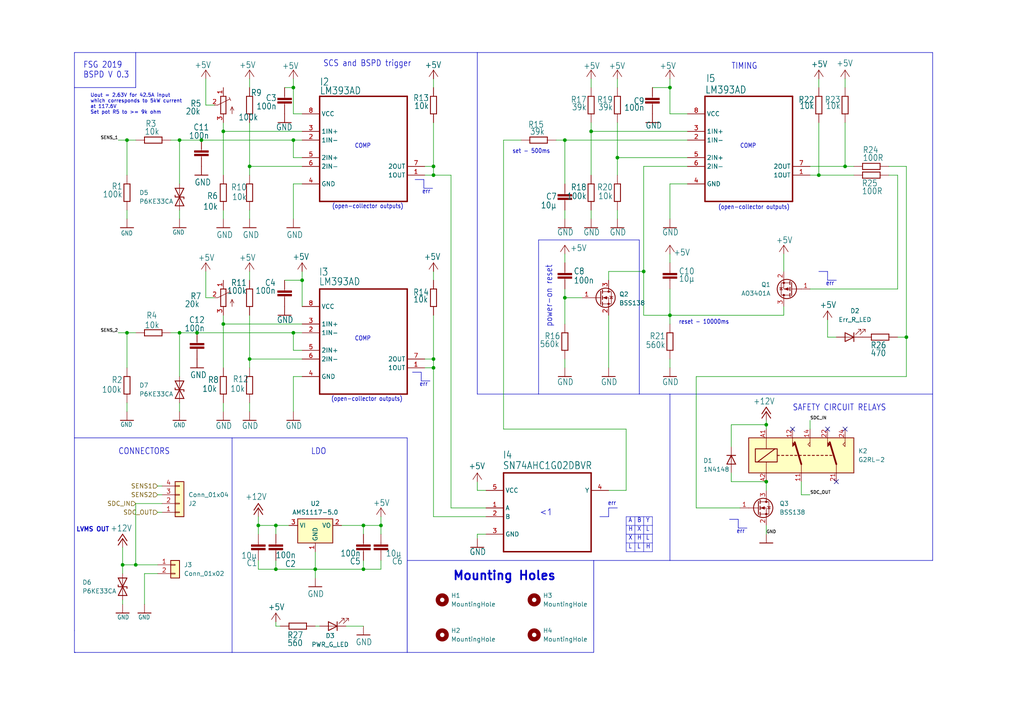
<source format=kicad_sch>
(kicad_sch (version 20250114) (generator "eeschema") (generator_version "9.0")
  (paper "A4")
  (title_block (title "Brake System Plausibility Device") (date "2025-02-23") (rev "1") (company "Formula Barton Racing"))
  (rectangle (start 118.11 162.56) (end 172.212 189.23))
  (text "(open-collector outputs)" (at 96.266 60.706 0) (effects (font (size 1.27 1.0795)) (justify left bottom)))
  (text "LVMS OUT" (at 26.924 153.67 0) (effects (font (size 1.27 1.27) (thickness 0.254) (bold yes))))
  (text "err" (at 121.666 112.268 0) (effects (font (size 1.27 1.0795)) (justify left bottom)))
  (text "Uout = 2.63V for 42.5A input\nwhich corresponds to 5kW current\nat 117.6V\nSet pot R5 to >= 9k ohm" (at 26.162 30.226 0) (effects (font (size 1.016 1.016)) (justify left)))
  (text "CONNECTORS" (at 34.29 132.08 0) (effects (font (size 1.778 1.5113)) (justify left bottom)))
  (text "set - 500ms" (at 148.59 44.704 0) (effects (font (size 1.27 1.0795)) (justify left bottom)))
  (text "reset - 10000ms" (at 196.85 94.234 0) (effects (font (size 1.27 1.0795)) (justify left bottom)))
  (text "COMP" (at 102.87 99.06 0) (effects (font (size 1.27 1.0795)) (justify left bottom)))
  (text "X" (at 184.785 154.305 0) (effects (font (size 1.27 1.0795)) (justify left bottom)))
  (text "A" (at 182.245 151.765 0) (effects (font (size 1.27 1.0795)) (justify left bottom)))
  (text "err" (at 239.522 83.058 0) (effects (font (size 1.27 1.0795)) (justify left bottom)))
  (text "(open-collector outputs)" (at 208.28 60.96 0) (effects (font (size 1.27 1.0795)) (justify left bottom)))
  (text "L" (at 187.325 156.845 0) (effects (font (size 1.27 1.0795)) (justify left bottom)))
  (text "Y" (at 187.325 151.765 0) (effects (font (size 1.27 1.0795)) (justify left bottom)))
  (text "B" (at 184.785 151.765 0) (effects (font (size 1.27 1.0795)) (justify left bottom)))
  (text "FSG 2019\nBSPD V 0.3" (at 24.13 22.86 0) (effects (font (size 1.778 1.5113)) (justify left bottom)))
  (text "H" (at 187.325 159.385 0) (effects (font (size 1.27 1.0795)) (justify left bottom)))
  (text "power-on reset" (at 160.274 94.996 90) (effects (font (size 1.778 1.5113)) (justify left bottom)))
  (text "SAFETY CIRCUIT RELAYS" (at 229.87 119.38 0) (effects (font (size 1.778 1.5113)) (justify left bottom)))
  (text "X" (at 182.245 156.845 0) (effects (font (size 1.27 1.0795)) (justify left bottom)))
  (text "err" (at 213.614 154.94 0) (effects (font (size 1.27 1.0795)) (justify left bottom)))
  (text "L" (at 184.785 159.385 0) (effects (font (size 1.27 1.0795)) (justify left bottom)))
  (text "LDO" (at 90.17 132.08 0) (effects (font (size 1.778 1.5113)) (justify left bottom)))
  (text "COMP" (at 102.87 43.18 0) (effects (font (size 1.27 1.0795)) (justify left bottom)))
  (text "err" (at 176.276 146.812 0) (effects (font (size 1.27 1.0795)) (justify left bottom)))
  (text "err" (at 122.428 56.388 0) (effects (font (size 1.27 1.0795)) (justify left bottom)))
  (text "L" (at 187.325 154.305 0) (effects (font (size 1.27 1.0795)) (justify left bottom)))
  (text "SCS and BSPD trigger" (at 93.726 19.558 0) (effects (font (size 1.778 1.5113)) (justify left bottom)))
  (text "H" (at 184.785 156.845 0) (effects (font (size 1.27 1.0795)) (justify left bottom)))
  (text "Mounting Holes" (at 146.304 167.132 0) (effects (font (size 2.54 2.54) (thickness 0.508) (bold yes))))
  (text "TIMING" (at 212.09 20.32 0) (effects (font (size 1.778 1.5113)) (justify left bottom)))
  (text "(open-collector outputs)" (at 96.012 116.586 0) (effects (font (size 1.27 1.0795)) (justify left bottom)))
  (text "H" (at 182.245 154.305 0) (effects (font (size 1.27 1.0795)) (justify left bottom)))
  (text "COMP" (at 214.63 43.18 0) (effects (font (size 1.27 1.0795)) (justify left bottom)))
  (text "L" (at 182.245 159.385 0) (effects (font (size 1.27 1.0795)) (justify left bottom)))
  (junction (at 85.09 25.4))
  (junction (at 72.39 48.26))
  (junction (at 194.31 91.44))
  (junction (at 72.39 104.14))
  (junction (at 163.83 40.64))
  (junction (at 58.42 40.64))
  (junction (at 36.83 40.64))
  (junction (at 52.07 96.52))
  (junction (at 85.09 40.64))
  (junction (at 80.01 152.4))
  (junction (at 171.45 38.1))
  (junction (at 125.73 106.68))
  (junction (at 237.49 50.8))
  (junction (at 163.83 86.36))
  (junction (at 222.25 123.19))
  (junction (at 52.07 40.64))
  (junction (at 57.15 96.52))
  (junction (at 186.69 78.74))
  (junction (at 36.83 96.52))
  (junction (at 222.25 139.7))
  (junction (at 125.73 104.14))
  (junction (at 39.37 163.83))
  (junction (at 85.09 96.52))
  (junction (at 35.56 163.83))
  (junction (at 64.77 93.98))
  (junction (at 110.49 152.4))
  (junction (at 105.41 165.1))
  (junction (at 64.77 38.1))
  (junction (at 194.31 25.4))
  (junction (at 74.93 152.4))
  (junction (at 179.07 45.72))
  (junction (at 245.11 48.26))
  (junction (at 87.63 81.28))
  (junction (at 125.73 48.26))
  (junction (at 105.41 152.4))
  (junction (at 262.89 97.79))
  (junction (at 91.44 165.1))
  (junction (at 125.73 50.8))
  (junction (at 80.01 165.1))
  (no_connect (at 245.11 124.46))
  (no_connect (at 242.57 139.7))
  (no_connect (at 229.87 124.46))
  (no_connect (at 240.03 124.46))
  (wire (pts (xy 87.63 101.6) (xy 85.09 101.6)) (stroke (width 0.1524)))
  (wire (pts (xy 80.01 165.1) (xy 91.44 165.1)) (stroke (width 0.1524)))
  (wire (pts (xy 74.93 165.1) (xy 80.01 165.1)) (stroke (width 0.1524)))
  (polyline (pts (xy 181.61 160.02) (xy 184.15 160.02)) (stroke (width 0.127) (type solid)))
  (wire (pts (xy 35.56 163.83) (xy 39.37 163.83)))
  (wire (pts (xy 85.09 109.22) (xy 85.09 119.38)) (stroke (width 0.1524)))
  (wire (pts (xy 80.01 152.4) (xy 83.82 152.4)) (stroke (width 0.1524)))
  (wire (pts (xy 222.25 139.7) (xy 222.25 142.24)) (stroke (width 0.1524)))
  (wire (pts (xy 52.07 40.64) (xy 58.42 40.64)) (stroke (width 0.1524)))
  (wire (pts (xy 52.07 40.64) (xy 49.53 40.64)) (stroke (width 0.1524)))
  (wire (pts (xy 125.73 106.68) (xy 123.19 106.68)) (stroke (width 0.1524)))
  (wire (pts (xy 176.53 106.68) (xy 176.53 91.44)) (stroke (width 0.1524)))
  (wire (pts (xy 41.91 166.37) (xy 41.91 175.26)) (stroke (width 0.1524)))
  (polyline (pts (xy 119.634 107.95) (xy 122.174 107.95)) (stroke (width 0.1524) (type solid)))
  (wire (pts (xy 46.99 140.97) (xy 45.72 140.97)) (stroke (width 0.1524)))
  (wire (pts (xy 64.77 91.44) (xy 64.77 93.98)) (stroke (width 0.1524)))
  (wire (pts (xy 240.03 97.79) (xy 240.03 92.71)))
  (polyline (pts (xy 194.31 162.56) (xy 172.212 162.56)) (stroke (width 0.1524) (type solid)))
  (polyline (pts (xy 189.23 149.86) (xy 186.69 149.86)) (stroke (width 0.127) (type solid)))
  (wire (pts (xy 64.77 60.96) (xy 64.77 63.5)) (stroke (width 0.1524)))
  (wire (pts (xy 87.63 81.28) (xy 82.55 81.28)) (stroke (width 0.1524)))
  (wire (pts (xy 39.37 96.52) (xy 36.83 96.52)) (stroke (width 0.1524)))
  (wire (pts (xy 234.95 83.82) (xy 260.35 83.82)) (stroke (width 0.1524)))
  (wire (pts (xy 87.63 104.14) (xy 72.39 104.14)) (stroke (width 0.1524)))
  (wire (pts (xy 62.23 86.36) (xy 59.69 86.36)) (stroke (width 0.1524)))
  (polyline (pts (xy 270.51 15.24) (xy 270.51 114.3)) (stroke (width 0.1524) (type solid)))
  (polyline (pts (xy 21.59 127) (xy 67.31 127)) (stroke (width 0.1524) (type solid)))
  (wire (pts (xy 72.39 35.56) (xy 72.39 48.26)) (stroke (width 0.1524)))
  (wire (pts (xy 194.31 83.82) (xy 194.31 91.44)) (stroke (width 0.1524)))
  (wire (pts (xy 163.83 40.64) (xy 161.29 40.64)) (stroke (width 0.1524)))
  (wire (pts (xy 163.83 104.14) (xy 163.83 106.68)) (stroke (width 0.1524)))
  (wire (pts (xy 194.31 25.4) (xy 194.31 22.86)) (stroke (width 0.1524)))
  (wire (pts (xy 163.83 73.66) (xy 163.83 76.2)) (stroke (width 0.1524)))
  (polyline (pts (xy 21.59 127) (xy 21.59 25.4)) (stroke (width 0.1524) (type solid)))
  (wire (pts (xy 110.49 162.56) (xy 110.49 165.1)) (stroke (width 0.1524)))
  (wire (pts (xy 171.45 22.86) (xy 171.45 25.4)) (stroke (width 0.1524)))
  (wire (pts (xy 179.07 35.56) (xy 179.07 45.72)) (stroke (width 0.1524)))
  (wire (pts (xy 194.31 53.34) (xy 194.31 63.5)) (stroke (width 0.1524)))
  (wire (pts (xy 91.44 181.61) (xy 92.71 181.61)))
  (polyline (pts (xy 176.53 147.32) (xy 179.07 147.32)) (stroke (width 0.1524) (type solid)))
  (polyline (pts (xy 159.512 147.574) (xy 159.512 149.352)) (stroke (width 0.1524) (type solid)))
  (wire (pts (xy 201.93 147.32) (xy 214.63 147.32)) (stroke (width 0.1524)))
  (wire (pts (xy 82.55 25.4) (xy 85.09 25.4)) (stroke (width 0.1524)))
  (wire (pts (xy 85.09 25.4) (xy 85.09 33.02)) (stroke (width 0.1524)))
  (wire (pts (xy 234.95 124.46) (xy 234.95 121.92)) (stroke (width 0.1524)))
  (wire (pts (xy 138.43 154.94) (xy 138.43 156.21)) (stroke (width 0.1524)))
  (wire (pts (xy 186.69 91.44) (xy 194.31 91.44)) (stroke (width 0.1524)))
  (wire (pts (xy 87.63 109.22) (xy 85.09 109.22)) (stroke (width 0.1524)))
  (wire (pts (xy 52.07 96.52) (xy 49.53 96.52)) (stroke (width 0.1524)))
  (wire (pts (xy 125.73 50.8) (xy 125.73 48.26)) (stroke (width 0.1524)))
  (wire (pts (xy 85.09 96.52) (xy 57.15 96.52)) (stroke (width 0.1524)))
  (wire (pts (xy 64.77 116.84) (xy 64.77 119.38)) (stroke (width 0.1524)))
  (wire (pts (xy 260.35 50.8) (xy 260.35 83.82)) (stroke (width 0.1524)))
  (wire (pts (xy 87.63 96.52) (xy 85.09 96.52)) (stroke (width 0.1524)))
  (wire (pts (xy 59.69 86.36) (xy 59.69 78.74)) (stroke (width 0.1524)))
  (wire (pts (xy 130.81 50.8) (xy 125.73 50.8)) (stroke (width 0.1524)))
  (polyline (pts (xy 138.43 15.24) (xy 270.51 15.24)) (stroke (width 0.1524) (type solid)))
  (wire (pts (xy 245.11 35.56) (xy 245.11 48.26)) (stroke (width 0.1524)))
  (wire (pts (xy 199.39 40.64) (xy 163.83 40.64)) (stroke (width 0.1524)))
  (wire (pts (xy 39.37 146.05) (xy 39.37 163.83)))
  (wire (pts (xy 171.45 35.56) (xy 171.45 38.1)) (stroke (width 0.1524)))
  (wire (pts (xy 123.19 104.14) (xy 125.73 104.14)) (stroke (width 0.1524)))
  (polyline (pts (xy 120.396 52.07) (xy 122.936 52.07)) (stroke (width 0.1524) (type solid)))
  (polyline (pts (xy 118.11 127) (xy 118.11 189.23)) (stroke (width 0.1524) (type solid)))
  (wire (pts (xy 186.69 78.74) (xy 186.69 91.44)) (stroke (width 0.1524)))
  (wire (pts (xy 163.83 86.36) (xy 163.83 83.82)) (stroke (width 0.1524)))
  (wire (pts (xy 181.61 142.24) (xy 181.61 124.46)) (stroke (width 0.1524)))
  (wire (pts (xy 222.25 123.19) (xy 212.09 123.19)) (stroke (width 0.1524)))
  (wire (pts (xy 110.49 154.94) (xy 110.49 152.4)) (stroke (width 0.1524)))
  (wire (pts (xy 138.43 142.24) (xy 138.43 139.7)) (stroke (width 0.1524)))
  (wire (pts (xy 237.49 50.8) (xy 247.65 50.8)) (stroke (width 0.1524)))
  (polyline (pts (xy 67.31 127) (xy 118.11 127)) (stroke (width 0.1524) (type solid)))
  (wire (pts (xy 64.77 93.98) (xy 64.77 106.68)) (stroke (width 0.1524)))
  (wire (pts (xy 194.31 91.44) (xy 194.31 93.98)) (stroke (width 0.1524)))
  (wire (pts (xy 59.69 30.48) (xy 59.69 22.86)) (stroke (width 0.1524)))
  (polyline (pts (xy 189.23 157.48) (xy 189.23 154.94)) (stroke (width 0.127) (type solid)))
  (wire (pts (xy 232.41 143.51) (xy 232.41 139.7)))
  (wire (pts (xy 125.73 25.4) (xy 125.73 22.86)) (stroke (width 0.1524)))
  (wire (pts (xy 72.39 116.84) (xy 72.39 119.38)) (stroke (width 0.1524)))
  (polyline (pts (xy 122.174 110.49) (xy 124.714 110.49)) (stroke (width 0.1524) (type solid)))
  (wire (pts (xy 262.89 97.79) (xy 262.89 109.22)) (stroke (width 0.1524)))
  (wire (pts (xy 62.23 30.48) (xy 59.69 30.48)) (stroke (width 0.1524)))
  (wire (pts (xy 257.81 50.8) (xy 260.35 50.8)) (stroke (width 0.1524)))
  (wire (pts (xy 110.49 149.86) (xy 110.49 152.4)) (stroke (width 0.1524)))
  (polyline (pts (xy 158.242 149.098) (xy 156.972 148.59)) (stroke (width 0.1524) (type solid)))
  (polyline (pts (xy 67.31 127) (xy 67.31 189.23)) (stroke (width 0.1524) (type solid)))
  (polyline (pts (xy 181.61 154.94) (xy 181.61 157.48)) (stroke (width 0.127) (type solid)))
  (wire (pts (xy 74.93 162.56) (xy 74.93 165.1)) (stroke (width 0.1524)))
  (wire (pts (xy 91.44 160.02) (xy 91.44 165.1)) (stroke (width 0.1524)))
  (wire (pts (xy 199.39 33.02) (xy 194.31 33.02)) (stroke (width 0.1524)))
  (polyline (pts (xy 181.61 152.4) (xy 181.61 154.94)) (stroke (width 0.127) (type solid)))
  (wire (pts (xy 87.63 33.02) (xy 85.09 33.02)) (stroke (width 0.1524)))
  (wire (pts (xy 87.63 40.64) (xy 85.09 40.64)) (stroke (width 0.1524)))
  (wire (pts (xy 227.33 91.44) (xy 227.33 88.9)) (stroke (width 0.1524)))
  (wire (pts (xy 125.73 81.28) (xy 125.73 78.74)) (stroke (width 0.1524)))
  (polyline (pts (xy 39.37 15.24) (xy 138.43 15.24)) (stroke (width 0.1524) (type solid)))
  (wire (pts (xy 45.72 148.59) (xy 46.99 148.59)) (stroke (width 0.1524)))
  (polyline (pts (xy 189.23 154.94) (xy 189.23 152.4)) (stroke (width 0.127) (type solid)))
  (wire (pts (xy 87.63 78.74) (xy 87.63 81.28)) (stroke (width 0.1524)))
  (wire (pts (xy 201.93 109.22) (xy 201.93 147.32)) (stroke (width 0.1524)))
  (wire (pts (xy 186.69 48.26) (xy 186.69 78.74)) (stroke (width 0.1524)))
  (polyline (pts (xy 186.69 160.02) (xy 186.69 149.86)) (stroke (width 0.127) (type solid)))
  (wire (pts (xy 74.93 149.86) (xy 74.93 152.4)) (stroke (width 0.1524)))
  (wire (pts (xy 87.63 48.26) (xy 72.39 48.26)) (stroke (width 0.1524)))
  (polyline (pts (xy 181.61 157.48) (xy 189.23 157.48)) (stroke (width 0.127) (type solid)))
  (wire (pts (xy 85.09 101.6) (xy 85.09 96.52)) (stroke (width 0.1524)))
  (wire (pts (xy 105.41 152.4) (xy 110.49 152.4)) (stroke (width 0.1524)))
  (polyline (pts (xy 21.59 182.88) (xy 21.59 127)) (stroke (width 0.1524) (type solid)))
  (wire (pts (xy 227.33 73.66) (xy 227.33 78.74)) (stroke (width 0.1524)))
  (polyline (pts (xy 156.972 148.59) (xy 158.242 148.082)) (stroke (width 0.1524) (type solid)))
  (wire (pts (xy 234.95 143.51) (xy 232.41 143.51)))
  (wire (pts (xy 58.42 40.64) (xy 85.09 40.64)) (stroke (width 0.1524)))
  (polyline (pts (xy 173.99 149.86) (xy 176.53 149.86)) (stroke (width 0.1524) (type solid)))
  (wire (pts (xy 105.41 154.94) (xy 105.41 152.4)) (stroke (width 0.1524)))
  (wire (pts (xy 64.77 38.1) (xy 64.77 50.8)) (stroke (width 0.1524)))
  (wire (pts (xy 240.03 97.79) (xy 242.57 97.79)))
  (wire (pts (xy 80.01 181.61) (xy 80.01 180.34)))
  (wire (pts (xy 179.07 22.86) (xy 179.07 25.4)) (stroke (width 0.1524)))
  (polyline (pts (xy 189.23 160.02) (xy 189.23 157.48)) (stroke (width 0.127) (type solid)))
  (wire (pts (xy 91.44 167.64) (xy 91.44 165.1)) (stroke (width 0.1524)))
  (wire (pts (xy 146.05 40.64) (xy 151.13 40.64)) (stroke (width 0.1524)))
  (wire (pts (xy 52.07 116.84) (xy 52.07 119.38)) (stroke (width 0.1524)))
  (polyline (pts (xy 185.42 114.3) (xy 185.42 69.596)) (stroke (width 0.1524) (type solid)))
  (wire (pts (xy 35.56 158.75) (xy 35.56 163.83)) (stroke (width 0.1524)))
  (wire (pts (xy 36.83 96.52) (xy 34.29 96.52)) (stroke (width 0.1524)))
  (wire (pts (xy 199.39 38.1) (xy 171.45 38.1)) (stroke (width 0.1524)))
  (wire (pts (xy 85.09 45.72) (xy 85.09 40.64)) (stroke (width 0.1524)))
  (polyline (pts (xy 118.11 189.23) (xy 67.31 189.23)) (stroke (width 0.1524) (type solid)))
  (polyline (pts (xy 186.69 160.02) (xy 189.23 160.02)) (stroke (width 0.127) (type solid)))
  (wire (pts (xy 74.93 152.4) (xy 80.01 152.4)) (stroke (width 0.1524)))
  (polyline (pts (xy 21.59 25.4) (xy 39.37 25.4)) (stroke (width 0.1524) (type solid)))
  (wire (pts (xy 125.73 104.14) (xy 125.73 106.68)) (stroke (width 0.1524)))
  (wire (pts (xy 199.39 45.72) (xy 179.07 45.72)) (stroke (width 0.1524)))
  (wire (pts (xy 125.73 35.56) (xy 125.73 48.26)) (stroke (width 0.1524)))
  (wire (pts (xy 35.56 163.83) (xy 35.56 166.37)) (stroke (width 0.1524)))
  (wire (pts (xy 227.33 91.44) (xy 194.31 91.44)) (stroke (width 0.1524)))
  (wire (pts (xy 163.83 86.36) (xy 168.91 86.36)) (stroke (width 0.1524)))
  (wire (pts (xy 72.39 104.14) (xy 72.39 106.68)) (stroke (width 0.1524)))
  (wire (pts (xy 181.61 124.46) (xy 146.05 124.46)) (stroke (width 0.1524)))
  (polyline (pts (xy 214.122 150.622) (xy 214.122 153.162)) (stroke (width 0.1524) (type solid)))
  (wire (pts (xy 125.73 149.86) (xy 140.97 149.86)) (stroke (width 0.1524)))
  (wire (pts (xy 72.39 25.4) (xy 72.39 22.86)) (stroke (width 0.1524)))
  (polyline (pts (xy 172.212 162.56) (xy 172.212 182.88)) (stroke (width 0.1524) (type solid)))
  (wire (pts (xy 39.37 146.05) (xy 46.99 146.05)))
  (wire (pts (xy 179.07 45.72) (xy 179.07 50.8)) (stroke (width 0.1524)))
  (wire (pts (xy 262.89 109.22) (xy 201.93 109.22)) (stroke (width 0.1524)))
  (polyline (pts (xy 176.53 149.86) (xy 176.53 147.32)) (stroke (width 0.1524) (type solid)))
  (polyline (pts (xy 122.936 52.07) (xy 122.936 54.61)) (stroke (width 0.1524) (type solid)))
  (polyline (pts (xy 67.31 189.23) (xy 21.59 189.23)) (stroke (width 0.1524) (type solid)))
  (wire (pts (xy 52.07 53.34) (xy 52.07 40.64)) (stroke (width 0.1524)))
  (wire (pts (xy 85.09 53.34) (xy 85.09 63.5)) (stroke (width 0.1524)))
  (wire (pts (xy 163.83 60.96) (xy 163.83 63.5)) (stroke (width 0.1524)))
  (wire (pts (xy 52.07 60.96) (xy 52.07 63.5)) (stroke (width 0.1524)))
  (polyline (pts (xy 181.61 152.4) (xy 189.23 152.4)) (stroke (width 0.127) (type solid)))
  (wire (pts (xy 36.83 60.96) (xy 36.83 63.5)) (stroke (width 0.1524)))
  (wire (pts (xy 140.97 147.32) (xy 130.81 147.32)) (stroke (width 0.1524)))
  (wire (pts (xy 85.09 22.86) (xy 85.09 25.4)) (stroke (width 0.1524)))
  (wire (pts (xy 176.53 81.28) (xy 176.53 78.74)) (stroke (width 0.1524)))
  (wire (pts (xy 100.33 181.61) (xy 105.41 181.61)))
  (polyline (pts (xy 181.61 157.48) (xy 181.61 160.02)) (stroke (width 0.127) (type solid)))
  (wire (pts (xy 222.25 123.19) (xy 222.25 121.92)) (stroke (width 0.1524)))
  (polyline (pts (xy 122.936 54.61) (xy 125.476 54.61)) (stroke (width 0.1524) (type solid)))
  (wire (pts (xy 110.49 165.1) (xy 105.41 165.1)) (stroke (width 0.1524)))
  (polyline (pts (xy 21.59 182.88) (xy 21.59 189.23)) (stroke (width 0.1524) (type solid)))
  (polyline (pts (xy 122.174 107.95) (xy 122.174 110.49)) (stroke (width 0.1524) (type solid)))
  (polyline (pts (xy 185.42 69.596) (xy 156.21 69.596)) (stroke (width 0.1524) (type solid)))
  (wire (pts (xy 91.44 165.1) (xy 105.41 165.1)) (stroke (width 0.1524)))
  (wire (pts (xy 36.83 50.8) (xy 36.83 40.64)) (stroke (width 0.1524)))
  (polyline (pts (xy 270.51 162.56) (xy 194.31 162.56)) (stroke (width 0.1524) (type solid)))
  (wire (pts (xy 99.06 152.4) (xy 105.41 152.4)) (stroke (width 0.1524)))
  (wire (pts (xy 199.39 48.26) (xy 186.69 48.26)) (stroke (width 0.1524)))
  (wire (pts (xy 46.99 143.51) (xy 45.72 143.51)) (stroke (width 0.1524)))
  (polyline (pts (xy 181.61 154.94) (xy 189.23 154.94)) (stroke (width 0.127) (type solid)))
  (wire (pts (xy 74.93 154.94) (xy 74.93 152.4)) (stroke (width 0.1524)))
  (polyline (pts (xy 240.03 78.74) (xy 240.03 81.28)) (stroke (width 0.1524) (type solid)))
  (wire (pts (xy 36.83 106.68) (xy 36.83 96.52)) (stroke (width 0.1524)))
  (polyline (pts (xy 184.15 149.86) (xy 184.15 160.02)) (stroke (width 0.127) (type solid)))
  (wire (pts (xy 64.77 35.56) (xy 64.77 38.1)) (stroke (width 0.1524)))
  (wire (pts (xy 260.35 97.79) (xy 262.89 97.79)))
  (wire (pts (xy 146.05 124.46) (xy 146.05 40.64)) (stroke (width 0.1524)))
  (wire (pts (xy 234.95 50.8) (xy 237.49 50.8)) (stroke (width 0.1524)))
  (wire (pts (xy 247.65 48.26) (xy 245.11 48.26)) (stroke (width 0.1524)))
  (wire (pts (xy 72.39 48.26) (xy 72.39 50.8)) (stroke (width 0.1524)))
  (wire (pts (xy 212.09 139.7) (xy 222.25 139.7)) (stroke (width 0.1524)))
  (wire (pts (xy 72.39 91.44) (xy 72.39 104.14)) (stroke (width 0.1524)))
  (polyline (pts (xy 214.122 153.162) (xy 216.662 153.162)) (stroke (width 0.1524) (type solid)))
  (polyline (pts (xy 211.582 150.622) (xy 214.122 150.622)) (stroke (width 0.1524) (type solid)))
  (polyline (pts (xy 159.004 148.082) (xy 159.512 147.574)) (stroke (width 0.1524) (type solid)))
  (wire (pts (xy 87.63 88.9) (xy 87.63 81.28)) (stroke (width 0.1524)))
  (wire (pts (xy 39.37 40.64) (xy 36.83 40.64)) (stroke (width 0.1524)))
  (wire (pts (xy 72.39 81.28) (xy 72.39 78.74)) (stroke (width 0.1524)))
  (wire (pts (xy 123.19 48.26) (xy 125.73 48.26)) (stroke (width 0.1524)))
  (wire (pts (xy 179.07 60.96) (xy 179.07 63.5)) (stroke (width 0.1524)))
  (polyline (pts (xy 186.69 149.86) (xy 181.61 149.86)) (stroke (width 0.127) (type solid)))
  (wire (pts (xy 35.56 175.26) (xy 35.56 173.99)))
  (wire (pts (xy 171.45 60.96) (xy 171.45 63.5)) (stroke (width 0.1524)))
  (wire (pts (xy 237.49 22.86) (xy 237.49 25.4)) (stroke (width 0.1524)))
  (wire (pts (xy 36.83 40.64) (xy 34.29 40.64)) (stroke (width 0.1524)))
  (wire (pts (xy 39.37 163.83) (xy 45.72 163.83)))
  (polyline (pts (xy 240.03 81.28) (xy 242.57 81.28)) (stroke (width 0.1524) (type solid)))
  (polyline (pts (xy 156.21 69.596) (xy 156.21 114.3)) (stroke (width 0.1524) (type solid)))
  (polyline (pts (xy 189.23 152.4) (xy 189.23 149.86)) (stroke (width 0.127) (type solid)))
  (wire (pts (xy 222.25 154.94) (xy 222.25 152.4)) (stroke (width 0.1524)))
  (wire (pts (xy 189.23 25.4) (xy 194.31 25.4)) (stroke (width 0.1524)))
  (wire (pts (xy 194.31 33.02) (xy 194.31 25.4)) (stroke (width 0.1524)))
  (wire (pts (xy 125.73 50.8) (xy 123.19 50.8)) (stroke (width 0.1524)))
  (wire (pts (xy 52.07 109.22) (xy 52.07 96.52)) (stroke (width 0.1524)))
  (polyline (pts (xy 138.43 114.3) (xy 156.21 114.3)) (stroke (width 0.1524) (type solid)))
  (wire (pts (xy 130.81 147.32) (xy 130.81 50.8)) (stroke (width 0.1524)))
  (polyline (pts (xy 194.31 114.3) (xy 194.31 162.56)) (stroke (width 0.1524) (type solid)))
  (polyline (pts (xy 194.31 114.3) (xy 270.51 114.3)) (stroke (width 0.1524) (type solid)))
  (wire (pts (xy 194.31 73.66) (xy 194.31 76.2)) (stroke (width 0.1524)))
  (polyline (pts (xy 21.59 189.23) (xy 21.844 189.23)) (stroke (width 0.1524) (type solid)))
  (wire (pts (xy 140.97 154.94) (xy 138.43 154.94)) (stroke (width 0.1524)))
  (wire (pts (xy 87.63 93.98) (xy 64.77 93.98)) (stroke (width 0.1524)))
  (polyline (pts (xy 21.59 15.24) (xy 39.37 15.24)) (stroke (width 0.1524) (type solid)))
  (wire (pts (xy 176.53 142.24) (xy 181.61 142.24)) (stroke (width 0.1524)))
  (wire (pts (xy 87.63 38.1) (xy 64.77 38.1)) (stroke (width 0.1524)))
  (wire (pts (xy 171.45 38.1) (xy 171.45 50.8)) (stroke (width 0.1524)))
  (wire (pts (xy 237.49 35.56) (xy 237.49 50.8)) (stroke (width 0.1524)))
  (wire (pts (xy 234.95 48.26) (xy 245.11 48.26)) (stroke (width 0.1524)))
  (wire (pts (xy 87.63 45.72) (xy 85.09 45.72)) (stroke (width 0.1524)))
  (polyline (pts (xy 39.37 25.4) (xy 39.37 15.24)) (stroke (width 0.1524) (type solid)))
  (wire (pts (xy 57.15 96.52) (xy 52.07 96.52)) (stroke (width 0.1524)))
  (wire (pts (xy 163.83 40.64) (xy 163.83 53.34)) (stroke (width 0.1524)))
  (wire (pts (xy 176.53 78.74) (xy 186.69 78.74)) (stroke (width 0.1524)))
  (wire (pts (xy 105.41 162.56) (xy 105.41 165.1)) (stroke (width 0.1524)))
  (wire (pts (xy 45.72 166.37) (xy 41.91 166.37)) (stroke (width 0.1524)))
  (polyline (pts (xy 184.15 160.02) (xy 186.69 160.02)) (stroke (width 0.127) (type solid)))
  (wire (pts (xy 163.83 86.36) (xy 163.83 93.98)) (stroke (width 0.1524)))
  (polyline (pts (xy 270.51 114.3) (xy 270.51 162.56)) (stroke (width 0.1524) (type solid)))
  (polyline (pts (xy 185.42 114.3) (xy 194.31 114.3)) (stroke (width 0.1524) (type solid)))
  (polyline (pts (xy 156.21 114.3) (xy 185.42 114.3)) (stroke (width 0.1524) (type solid)))
  (wire (pts (xy 36.83 116.84) (xy 36.83 119.38)) (stroke (width 0.1524)))
  (wire (pts (xy 199.39 53.34) (xy 194.31 53.34)) (stroke (width 0.1524)))
  (polyline (pts (xy 181.61 149.86) (xy 181.61 152.4)) (stroke (width 0.127) (type solid)))
  (wire (pts (xy 212.09 137.16) (xy 212.09 139.7)) (stroke (width 0.1524)))
  (wire (pts (xy 222.25 123.19) (xy 222.25 124.46)) (stroke (width 0.1524)))
  (polyline (pts (xy 237.49 78.74) (xy 240.03 78.74)) (stroke (width 0.1524) (type solid)))
  (wire (pts (xy 257.81 48.26) (xy 262.89 48.26)) (stroke (width 0.1524)))
  (wire (pts (xy 80.01 154.94) (xy 80.01 152.4)) (stroke (width 0.1524)))
  (wire (pts (xy 140.97 142.24) (xy 138.43 142.24)) (stroke (width 0.1524)))
  (wire (pts (xy 125.73 91.44) (xy 125.73 104.14)) (stroke (width 0.1524)))
  (wire (pts (xy 262.89 48.26) (xy 262.89 97.79)) (stroke (width 0.1524)))
  (wire (pts (xy 87.63 53.34) (xy 85.09 53.34)) (stroke (width 0.1524)))
  (wire (pts (xy 245.11 22.86) (xy 245.11 25.4)) (stroke (width 0.1524)))
  (wire (pts (xy 125.73 106.68) (xy 125.73 149.86)) (stroke (width 0.1524)))
  (wire (pts (xy 80.01 162.56) (xy 80.01 165.1)) (stroke (width 0.1524)))
  (wire (pts (xy 194.31 106.68) (xy 194.31 104.14)) (stroke (width 0.1524)))
  (wire (pts (xy 72.39 63.5) (xy 72.39 60.96)) (stroke (width 0.1524)))
  (polyline (pts (xy 138.43 15.24) (xy 138.43 114.3)) (stroke (width 0.1524) (type solid)))
  (wire (pts (xy 212.09 123.19) (xy 212.09 129.54)) (stroke (width 0.1524)))
  (wire (pts (xy 80.01 181.61) (xy 81.28 181.61)))
  (polyline (pts (xy 21.59 25.4) (xy 21.59 15.24)) (stroke (width 0.1524) (type solid)))
  (label "SDC_IN" (at 234.95 121.92 0) (effects (font (size 0.889 0.889))))
  (label "SENS_1" (at 34.29 40.64 180) (effects (font (size 0.889 0.889))))
  (label "GND" (at 222.25 154.94 0) (effects (font (size 0.889 0.889))))
  (label "SENS_2" (at 34.29 96.52 180) (effects (font (size 0.889 0.889))))
  (label "SDC_OUT" (at 234.95 143.51 0) (effects (font (size 0.889 0.889))))
  (hierarchical_label "SDC_IN" (shape input) (at 39.37 146.05 180))
  (hierarchical_label "SENS1" (shape input) (at 45.72 140.97 180))
  (hierarchical_label "SDC_OUT" (shape input) (at 45.72 148.59 180))
  (hierarchical_label "SENS2" (shape input) (at 45.72 143.51 180))
  (symbol (lib_id "FSG_2019_BSPD_0.3-eagle-import:supply1_+5V") (at 80.01 177.8 0) (unit 1)
    (property "Reference" "#P+023" (effects (hide yes)))
    (property "Value" "+5V" (at 77.724 177.038 0) (effects (font (size 1.778 1.5113)) (justify left bottom)))
  )
  (symbol (lib_id "FSG_2019_BSPD_0.3-eagle-import:null.supply_GND") (at 41.91 177.8 0) (mirror y) (unit 1)
    (property "Reference" "#GND04" (effects (hide yes)))
    (property "Value" "GND" (at 43.561 179.705 0) (effects (font (size 1.27 1.0795)) (justify left bottom)))
  )
  (symbol (lib_id "FSG_2019_BSPD_0.3-eagle-import:supply1_+5V") (at 72.39 76.2 0) (unit 1)
    (property "Reference" "#P+05" (effects (hide yes)))
    (property "Value" "+5V" (at 69.342 75.692 0) (effects (font (size 1.778 1.5113)) (justify left bottom)))
  )
  (symbol (lib_id "FSG_2019_BSPD_0.3-eagle-import:resistor_R-EU_R0603") (at 72.39 55.88 270) (unit 1)
    (property "Reference" "R10" (at 71.628 53.3146 90) (effects (font (size 1.778 1.5113)) (justify right top)))
    (property "Value" "10k" (at 71.628 56.134 90) (effects (font (size 1.778 1.5113)) (justify right top)))
    (property "Footprint" "Resistor_SMD:R_0603_1608Metric_Pad0.98x0.95mm_HandSolder" (effects (hide yes)))
  )
  (symbol (lib_id "FSG_2019_BSPD_0.3-eagle-import:supply1_+5V") (at 179.07 20.32 0) (unit 1)
    (property "Reference" "#P+015" (effects (hide yes)))
    (property "Value" "+5V" (at 176.53 20.066 0) (effects (font (size 1.778 1.5113)) (justify left bottom)))
  )
  (symbol (lib_id "FSG_2019_BSPD_0.3-eagle-import:resistor_R-EU_R0603") (at 156.21 40.64 180) (unit 1)
    (property "Reference" "R15" (at 153.162 37.084 0) (effects (font (size 1.778 1.5113)) (justify right top)))
    (property "Value" "39k" (at 153.67 39.116 0) (effects (font (size 1.778 1.5113)) (justify right top)))
    (property "Footprint" "Resistor_SMD:R_0603_1608Metric_Pad0.98x0.95mm_HandSolder" (effects (hide yes)))
  )
  (symbol (lib_id "FSG_2019_BSPD_0.3-eagle-import:resistor_R-EU_R0603") (at 163.83 99.06 90) (unit 1)
    (property "Reference" "R16" (at 162.56 96.4946 90) (effects (font (size 1.778 1.5113)) (justify left bottom)))
    (property "Value" "560k" (at 162.306 98.806 90) (effects (font (size 1.778 1.5113)) (justify left bottom)))
    (property "Footprint" "Resistor_SMD:R_0603_1608Metric_Pad0.98x0.95mm_HandSolder" (effects (hide yes)))
  )
  (symbol (lib_id "FSG_2019_BSPD_0.3-eagle-import:resistor_R-EU_R0603") (at 194.31 99.06 90) (unit 1)
    (property "Reference" "R21" (at 193.04 96.4946 90) (effects (font (size 1.778 1.5113)) (justify left bottom)))
    (property "Value" "560k" (at 193.04 99.06 90) (effects (font (size 1.778 1.5113)) (justify left bottom)))
    (property "Footprint" "Resistor_SMD:R_0603_1608Metric_Pad0.98x0.95mm_HandSolder" (effects (hide yes)))
  )
  (symbol (lib_id "FSG_2019_BSPD_0.3-eagle-import:rcl_C-EUC0603") (at 80.01 157.48 0) (unit 1)
    (property "Reference" "C2" (at 85.852 162.56 0) (effects (font (size 1.778 1.5113)) (justify right top)))
    (property "Value" "100n" (at 85.852 160.02 0) (effects (font (size 1.778 1.5113)) (justify right top)))
    (property "Footprint" "Capacitor_SMD:C_0603_1608Metric_Pad1.08x0.95mm_HandSolder" (effects (hide yes)))
  )
  (symbol (lib_id "FSG_2019_BSPD_0.3-eagle-import:supply1_GND") (at 72.39 66.04 0) (unit 1)
    (property "Reference" "#GND09" (effects (hide yes)))
    (property "Value" "GND" (at 70.358 69.088 0) (effects (font (size 1.778 1.5113)) (justify left bottom)))
  )
  (symbol (lib_id "FSG_2019_BSPD_0.3-eagle-import:rcl_C-EUC1206") (at 110.49 157.48 0) (unit 1)
    (property "Reference" "C6" (at 116.84 161.798 0) (effects (font (size 1.778 1.5113)) (justify right top)))
    (property "Value" "10µ" (at 116.586 159.512 0) (effects (font (size 1.778 1.5113)) (justify right top)))
    (property "Footprint" "Capacitor_SMD:C_0603_1608Metric_Pad1.08x0.95mm_HandSolder" (effects (hide yes)))
  )
  (symbol (lib_id "Diode:1.5KExxCA") (at 52.07 113.03 90) (unit 1)
    (property "Reference" "D7" (at 40.386 111.76 90) (effects (justify right)))
    (property "Value" "P6KE33CA" (at 40.386 114.3 90) (effects (justify right)))
    (property "Footprint" "Diode_THT:D_DO-15_P12.70mm_Horizontal" (effects (hide yes)))
    (property "Datasheet" "https://www.vishay.com/docs/88301/15ke.pdf" (effects (hide yes)))
    (property "Description" "1500W bidirectional TVS diode, DO-201AE" (effects (hide yes)))
  )
  (symbol (lib_id "FSG_2019_BSPD_0.3-eagle-import:resistor_C-EUC0603") (at 82.55 86.36 180) (unit 1)
    (property "Reference" "C4" (at 80.01 81.026 0) (effects (font (size 1.778 1.5113)) (justify left bottom)))
    (property "Value" "100n" (at 80.01 83.312 0) (effects (font (size 1.778 1.5113)) (justify left bottom)))
    (property "Footprint" "Capacitor_SMD:C_0603_1608Metric_Pad1.08x0.95mm_HandSolder" (effects (hide yes)))
  )
  (symbol (lib_id "FSG_2019_BSPD_0.3-eagle-import:Arduino_NC7SZ08M5X") (at 158.75 144.78 0) (unit 1)
    (property "Reference" "I4" (at 145.796 133.096 0) (effects (font (size 2.0828 1.7703)) (justify left bottom)))
    (property "Value" "SN74AHC1G02DBVR" (at 145.796 136.144 0) (effects (font (size 2.0828 1.7703)) (justify left bottom)))
    (property "Footprint" "Package_TO_SOT_SMD:SOT-23-5" (effects (hide yes)))
  )
  (symbol (lib_id "FSG_2019_BSPD_0.3-eagle-import:null.supply_GND") (at 35.56 177.8 0) (mirror y) (unit 1)
    (property "Reference" "#GND03" (effects (hide yes)))
    (property "Value" "GND" (at 37.465 179.705 0) (effects (font (size 1.27 1.0795)) (justify left bottom)))
  )
  (symbol (lib_id "FSG_2019_BSPD_0.3-eagle-import:rcl_C-EUC0603") (at 105.41 160.02 180) (unit 1)
    (property "Reference" "C5" (at 104.648 161.798 0) (effects (font (size 1.778 1.5113)) (justify left bottom)))
    (property "Value" "100n" (at 104.648 159.512 0) (effects (font (size 1.778 1.5113)) (justify left bottom)))
    (property "Footprint" "Capacitor_SMD:C_0603_1608Metric_Pad1.08x0.95mm_HandSolder" (effects (hide yes)))
  )
  (symbol (lib_id "Mechanical:MountingHole") (at 154.94 173.99 0) (unit 1) (exclude_from_sim yes) (in_bom no)
    (property "Reference" "H3" (at 157.48 172.7199 0) (effects (justify left)))
    (property "Value" "MountingHole" (at 157.48 175.2599 0) (effects (justify left)))
    (property "Footprint" "MountingHole:MountingHole_3.2mm_M3_DIN965" (effects (hide yes)))
    (property "Description" "Mounting Hole without connection" (effects (hide yes)))
  )
  (symbol (lib_name "G2RL-2_1") (lib_id "Relay:G2RL-2") (at 232.41 132.08 0) (unit 1)
    (property "Reference" "K2" (at 248.92 130.8099 0) (effects (justify left)))
    (property "Value" "G2RL-2" (at 248.92 133.3499 0) (effects (justify left)))
    (property "Footprint" "Relay_THT:Relay_DPDT_Omron_G2RL-2" (effects (hide yes)))
    (property "Datasheet" "https://omronfs.omron.com/en_US/ecb/products/pdf/en-g2rl.pdf" (effects (hide yes)))
    (property "Description" "General Purpose Low Profile Relay DPDT Through Hole, Omron G2RL series, 8A 250VAC" (effects (hide yes)))
  )
  (symbol (lib_id "FSG_2019_BSPD_0.3-eagle-import:resistor_C-EUC0603") (at 58.42 45.72 180) (unit 1)
    (property "Reference" "C11" (at 60.706 35.941 0) (effects (font (size 1.778 1.5113)) (justify left bottom)))
    (property "Value" "100n" (at 60.706 38.354 0) (effects (font (size 1.778 1.5113)) (justify left bottom)))
    (property "Footprint" "Capacitor_SMD:C_0603_1608Metric_Pad1.08x0.95mm_HandSolder" (effects (hide yes)))
  )
  (symbol (lib_id "FSG_2019_BSPD_0.3-eagle-import:resistor_R-EU_R0603") (at 245.11 30.48 90) (unit 1)
    (property "Reference" "R23" (at 243.84 27.9146 90) (effects (font (size 1.778 1.5113)) (justify left bottom)))
    (property "Value" "10k" (at 243.84 29.718 90) (effects (font (size 1.778 1.5113)) (justify left bottom)))
    (property "Footprint" "Resistor_SMD:R_0603_1608Metric_Pad0.98x0.95mm_HandSolder" (effects (hide yes)))
  )
  (symbol (lib_id "FSG_2019_BSPD_0.3-eagle-import:resistor_R-EU_R0603") (at 44.45 96.52 0) (unit 1)
    (property "Reference" "R4" (at 42.418 92.456 0) (effects (font (size 1.778 1.5113)) (justify left bottom)))
    (property "Value" "10k" (at 41.91 95.25 0) (effects (font (size 1.778 1.5113)) (justify left bottom)))
    (property "Footprint" "Resistor_SMD:R_0603_1608Metric_Pad0.98x0.95mm_HandSolder" (effects (hide yes)))
  )
  (symbol (lib_id "FSG_2019_BSPD_0.3-eagle-import:resistor_R-EU_R0603") (at 171.45 30.48 90) (unit 1)
    (property "Reference" "R17" (at 170.18 27.9146 90) (effects (font (size 1.778 1.5113)) (justify left bottom)))
    (property "Value" "39k" (at 170.18 30.099 90) (effects (font (size 1.778 1.5113)) (justify left bottom)))
    (property "Footprint" "Resistor_SMD:R_0603_1608Metric_Pad0.98x0.95mm_HandSolder" (effects (hide yes)))
  )
  (symbol (lib_id "FSG_2019_BSPD_0.3-eagle-import:resistor_R-EU_R0603") (at 36.83 111.76 90) (unit 1)
    (property "Reference" "R2" (at 35.56 109.1946 90) (effects (font (size 1.778 1.5113)) (justify left bottom)))
    (property "Value" "100k" (at 35.306 112.014 90) (effects (font (size 1.778 1.5113)) (justify left bottom)))
    (property "Footprint" "Resistor_SMD:R_0603_1608Metric_Pad0.98x0.95mm_HandSolder" (effects (hide yes)))
  )
  (symbol (lib_id "Diode:1.5KExxCA") (at 35.56 170.18 90) (unit 1)
    (property "Reference" "D6" (at 23.876 168.91 90) (effects (justify right)))
    (property "Value" "P6KE33CA" (at 23.876 171.45 90) (effects (justify right)))
    (property "Footprint" "Diode_THT:D_DO-15_P12.70mm_Horizontal" (effects (hide yes)))
    (property "Datasheet" "https://www.vishay.com/docs/88301/15ke.pdf" (effects (hide yes)))
    (property "Description" "1500W bidirectional TVS diode, DO-201AE" (effects (hide yes)))
  )
  (symbol (lib_id "FSG_2019_BSPD_0.3-eagle-import:resistor_R-EU_R0603") (at 44.45 40.64 0) (unit 1)
    (property "Reference" "R3" (at 42.164 36.83 0) (effects (font (size 1.778 1.5113)) (justify left bottom)))
    (property "Value" "10k" (at 41.91 39.116 0) (effects (font (size 1.778 1.5113)) (justify left bottom)))
    (property "Footprint" "Resistor_SMD:R_0603_1608Metric_Pad0.98x0.95mm_HandSolder" (effects (hide yes)))
  )
  (symbol (lib_id "FSG_2019_BSPD_0.3-eagle-import:resistor_R-EU_R0603") (at 64.77 55.88 270) (unit 1)
    (property "Reference" "R6" (at 63.246 55.8546 90) (effects (font (size 1.778 1.5113)) (justify right top)))
    (property "Value" "10k" (at 63.246 58.928 90) (effects (font (size 1.778 1.5113)) (justify right top)))
    (property "Footprint" "Resistor_SMD:R_0603_1608Metric_Pad0.98x0.95mm_HandSolder" (effects (hide yes)))
  )
  (symbol (lib_id "FSG_2019_BSPD_0.3-eagle-import:supply1_+5V") (at 138.43 137.16 0) (unit 1)
    (property "Reference" "#P+012" (effects (hide yes)))
    (property "Value" "+5V" (at 135.89 136.144 0) (effects (font (size 1.778 1.5113)) (justify left bottom)))
  )
  (symbol (lib_id "FSG_2019_BSPD_0.3-eagle-import:supply1_+12V") (at 35.56 156.21 0) (unit 1)
    (property "Reference" "#P+01" (effects (hide yes)))
    (property "Value" "+12V" (at 32.004 154.178 0) (effects (font (size 1.778 1.5113)) (justify left bottom)))
  )
  (symbol (lib_id "FSG_2019_BSPD_0.3-eagle-import:supply1_GND") (at 194.31 109.22 0) (unit 1)
    (property "Reference" "#GND024" (effects (hide yes)))
    (property "Value" "GND" (at 192.024 111.76 0) (effects (font (size 1.778 1.5113)) (justify left bottom)))
  )
  (symbol (lib_id "FSG_2019_BSPD_0.3-eagle-import:resistor_R-EU_R0603") (at 171.45 55.88 90) (unit 1)
    (property "Reference" "R18" (at 170.18 53.3146 90) (effects (font (size 1.778 1.5113)) (justify left bottom)))
    (property "Value" "100k" (at 170.18 55.88 90) (effects (font (size 1.778 1.5113)) (justify left bottom)))
    (property "Footprint" "Resistor_SMD:R_0603_1608Metric_Pad0.98x0.95mm_HandSolder" (effects (hide yes)))
  )
  (symbol (lib_id "FSG_2019_BSPD_0.3-eagle-import:resistor_R-EU_R0603") (at 179.07 55.88 90) (unit 1)
    (property "Reference" "R20" (at 177.8 53.3146 90) (effects (font (size 1.778 1.5113)) (justify left bottom)))
    (property "Value" "10k" (at 177.8 55.88 90) (effects (font (size 1.778 1.5113)) (justify left bottom)))
    (property "Footprint" "Resistor_SMD:R_0603_1608Metric_Pad0.98x0.95mm_HandSolder" (effects (hide yes)))
  )
  (symbol (lib_id "FSG_2019_BSPD_0.3-eagle-import:supply1_+5V") (at 227.33 71.12 0) (unit 1)
    (property "Reference" "#P+019" (effects (hide yes)))
    (property "Value" "+5V" (at 225.044 70.612 0) (effects (font (size 1.778 1.5113)) (justify left bottom)))
  )
  (symbol (lib_id "Mechanical:MountingHole") (at 128.27 173.99 0) (unit 1) (exclude_from_sim yes) (in_bom no)
    (property "Reference" "H1" (at 130.81 172.7199 0) (effects (justify left)))
    (property "Value" "MountingHole" (at 130.81 175.2599 0) (effects (justify left)))
    (property "Footprint" "MountingHole:MountingHole_3.2mm_M3_DIN965" (effects (hide yes)))
    (property "Description" "Mounting Hole without connection" (effects (hide yes)))
  )
  (symbol (lib_id "FSG_2019_BSPD_0.3-eagle-import:supply1_GND") (at 82.55 35.56 0) (unit 1)
    (property "Reference" "#GND011" (effects (hide yes)))
    (property "Value" "GND" (at 80.01 37.846 0) (effects (font (size 1.778 1.5113)) (justify left bottom)))
  )
  (symbol (lib_id "FSG_2019_BSPD_0.3-eagle-import:rcl_C-EUC0603") (at 163.83 78.74 0) (unit 1)
    (property "Reference" "C8" (at 166.37 79.629 0) (effects (font (size 1.778 1.5113)) (justify left bottom)))
    (property "Value" "100n" (at 166.37 82.296 0) (effects (font (size 1.778 1.5113)) (justify left bottom)))
    (property "Footprint" "Capacitor_SMD:C_0603_1608Metric_Pad1.08x0.95mm_HandSolder" (effects (hide yes)))
  )
  (symbol (lib_id "FSG_2019_BSPD_0.3-eagle-import:resistor_R-EU_R0603") (at 255.27 97.79 180) (unit 1)
    (property "Reference" "R26" (at 252.476 101.092 0) (effects (font (size 1.778 1.5113)) (justify right top)))
    (property "Value" "470" (at 252.476 103.378 0) (effects (font (size 1.778 1.5113)) (justify right top)))
    (property "Footprint" "Resistor_SMD:R_0603_1608Metric_Pad0.98x0.95mm_HandSolder" (effects (hide yes)))
  )
  (symbol (lib_id "FSG_2019_BSPD_0.3-eagle-import:supply1_+12V") (at 222.25 119.38 0) (unit 1)
    (property "Reference" "#P+018" (effects (hide yes)))
    (property "Value" "+12V" (at 218.44 117.348 0) (effects (font (size 1.778 1.5113)) (justify left bottom)))
  )
  (symbol (lib_id "FSG_2019_BSPD_0.3-eagle-import:resistor_R-EU_R0603") (at 252.73 48.26 180) (unit 1)
    (property "Reference" "R24" (at 250.19 44.45 0) (effects (font (size 1.778 1.5113)) (justify right top)))
    (property "Value" "100R" (at 250.19 46.736 0) (effects (font (size 1.778 1.5113)) (justify right top)))
    (property "Footprint" "Resistor_SMD:R_0603_1608Metric_Pad0.98x0.95mm_HandSolder" (effects (hide yes)))
  )
  (symbol (lib_id "FSG_2019_BSPD_0.3-eagle-import:supply1_+5V") (at 245.11 20.32 0) (unit 1)
    (property "Reference" "#P+021" (effects (hide yes)))
    (property "Value" "+5V" (at 242.57 19.304 0) (effects (font (size 1.778 1.5113)) (justify left bottom)))
  )
  (symbol (lib_id "FSG_2019_BSPD_0.3-eagle-import:resistor_R-EU_R0603") (at 72.39 86.36 270) (unit 1)
    (property "Reference" "R11" (at 71.628 81.026 90) (effects (font (size 1.778 1.5113)) (justify right top)))
    (property "Value" "100k" (at 71.628 83.3374 90) (effects (font (size 1.778 1.5113)) (justify right top)))
    (property "Footprint" "Resistor_SMD:R_0603_1608Metric_Pad0.98x0.95mm_HandSolder" (effects (hide yes)))
  )
  (symbol (lib_id "FSG_2019_BSPD_0.3-eagle-import:resistor_R-EU_R0603") (at 179.07 30.48 90) (unit 1)
    (property "Reference" "R19" (at 177.8 27.9146 90) (effects (font (size 1.778 1.5113)) (justify left bottom)))
    (property "Value" "39k" (at 177.8 30.099 90) (effects (font (size 1.778 1.5113)) (justify left bottom)))
    (property "Footprint" "Resistor_SMD:R_0603_1608Metric_Pad0.98x0.95mm_HandSolder" (effects (hide yes)))
  )
  (symbol (lib_id "FSG_2019_BSPD_0.3-eagle-import:supply1_GND") (at 57.15 106.68 0) (unit 1)
    (property "Reference" "#GND028" (effects (hide yes)))
    (property "Value" "GND" (at 55.118 109.728 0) (effects (font (size 1.778 1.5113)) (justify left bottom)))
  )
  (symbol (lib_id "FSG_2019_BSPD_0.3-eagle-import:MCS-rcl_POTI.M64X201KB40") (at 64.77 86.36 0) (mirror y) (unit 1)
    (property "Reference" "R7" (at 58.42 86.868 0) (effects (font (size 1.778 1.5113)) (justify left bottom)))
    (property "Value" "20k" (at 57.912 89.154 0) (effects (font (size 1.778 1.5113)) (justify left bottom)))
    (property "Footprint" "Potentiometer_THT:Potentiometer_Bourns_3296W_Vertical" (effects (hide yes)))
  )
  (symbol (lib_id "FSG_2019_BSPD_0.3-eagle-import:supply1_GND") (at 82.55 91.44 0) (unit 1)
    (property "Reference" "#GND012" (effects (hide yes)))
    (property "Value" "GND" (at 80.264 93.726 0) (effects (font (size 1.778 1.5113)) (justify left bottom)))
  )
  (symbol (lib_id "FSG_2019_BSPD_0.3-eagle-import:supply1_+5V") (at 237.49 20.32 0) (unit 1)
    (property "Reference" "#P+020" (effects (hide yes)))
    (property "Value" "+5V" (at 235.204 19.558 0) (effects (font (size 1.778 1.5113)) (justify left bottom)))
  )
  (symbol (lib_id "FSG_2019_BSPD_0.3-eagle-import:supply1_GND") (at 72.39 121.92 0) (unit 1)
    (property "Reference" "#GND010" (effects (hide yes)))
    (property "Value" "GND" (at 70.104 124.46 0) (effects (font (size 1.778 1.5113)) (justify left bottom)))
  )
  (symbol (lib_id "FSG_2019_BSPD_0.3-eagle-import:supply1_+5V") (at 59.69 76.2 0) (unit 1)
    (property "Reference" "#P+03" (effects (hide yes)))
    (property "Value" "+5V" (at 57.404 75.692 0) (effects (font (size 1.778 1.5113)) (justify left bottom)))
  )
  (symbol (lib_id "FSG_2019_BSPD_0.3-eagle-import:supply1_+5V") (at 194.31 71.12 0) (unit 1)
    (property "Reference" "#P+017" (effects (hide yes)))
    (property "Value" "+5V" (at 195.326 74.168 0) (effects (font (size 1.778 1.5113)) (justify left bottom)))
  )
  (symbol (lib_id "Regulator_Linear:AMS1117-5.0") (at 91.44 152.4 0) (unit 1)
    (property "Reference" "U2" (at 91.44 146.05 0))
    (property "Value" "AMS1117-5.0" (at 91.44 148.59 0))
    (property "Footprint" "Package_TO_SOT_SMD:SOT-223-3_TabPin2" (effects (hide yes)))
    (property "Datasheet" "http://www.advanced-monolithic.com/pdf/ds1117.pdf" (effects (hide yes)))
    (property "Description" "1A Low Dropout regulator, positive, 5.0V fixed output, SOT-223" (effects (hide yes)))
  )
  (symbol (lib_id "Mechanical:MountingHole") (at 154.94 184.15 0) (unit 1) (exclude_from_sim yes) (in_bom no)
    (property "Reference" "H4" (at 157.48 182.8799 0) (effects (justify left)))
    (property "Value" "MountingHole" (at 157.48 185.4199 0) (effects (justify left)))
    (property "Footprint" "MountingHole:MountingHole_3.2mm_M3_DIN965" (effects (hide yes)))
    (property "Description" "Mounting Hole without connection" (effects (hide yes)))
  )
  (symbol (lib_id "FSG_2019_BSPD_0.3-eagle-import:supply1_+5V") (at 240.03 90.17 0) (unit 1)
    (property "Reference" "#P+022" (effects (hide yes)))
    (property "Value" "+5V" (at 237.744 89.408 0) (effects (font (size 1.778 1.5113)) (justify left bottom)))
  )
  (symbol (lib_id "FSG_2019_BSPD_0.3-eagle-import:null.supply_GND") (at 52.07 66.04 0) (unit 1)
    (property "Reference" "#GND05" (effects (hide yes)))
    (property "Value" "GND" (at 50.038 68.072 0) (effects (font (size 1.27 1.0795)) (justify left bottom)))
  )
  (symbol (lib_id "FSG_2019_BSPD_0.3-eagle-import:supply1_GND") (at 58.42 50.8 0) (unit 1)
    (property "Reference" "#GND027" (effects (hide yes)))
    (property "Value" "GND" (at 56.388 53.848 0) (effects (font (size 1.778 1.5113)) (justify left bottom)))
  )
  (symbol (lib_id "Transistor_FET:BSS138") (at 173.99 86.36 0) (unit 1)
    (property "Reference" "Q2" (at 179.578 85.344 0) (effects (justify left)))
    (property "Value" "BSS138" (at 179.578 87.884 0) (effects (justify left)))
    (property "Footprint" "Package_TO_SOT_SMD:SOT-23" (effects (hide yes)))
    (property "Datasheet" "https://www.onsemi.com/pub/Collateral/BSS138-D.PDF" (effects (hide yes)))
    (property "Description" "50V Vds, 0.22A Id, N-Channel MOSFET, SOT-23" (effects (hide yes)))
  )
  (symbol (lib_id "Connector_Generic:Conn_01x04") (at 52.07 146.05 0) (mirror x) (unit 1)
    (property "Reference" "J2" (at 54.61 146.0501 0) (effects (justify left)))
    (property "Value" "Conn_01x04" (at 54.61 143.5101 0) (effects (justify left)))
    (property "Footprint" "Connector_Molex:Molex_KK-396_5273-04A_1x04_P3.96mm_Vertical" (effects (hide yes)))
    (property "Description" "Generic connector, single row, 01x04, script generated (kicad-library-utils/schlib/autogen/connector/)" (effects (hide yes)))
  )
  (symbol (lib_id "FSG_2019_BSPD_0.3-eagle-import:rcl_C-EUC1206") (at 74.93 157.48 0) (unit 1)
    (property "Reference" "C1" (at 74.676 162.306 0) (effects (font (size 1.778 1.5113)) (justify right top)))
    (property "Value" "10µ" (at 74.676 160.147 0) (effects (font (size 1.778 1.5113)) (justify right top)))
    (property "Footprint" "Capacitor_SMD:C_0603_1608Metric_Pad1.08x0.95mm_HandSolder" (effects (hide yes)))
  )
  (symbol (lib_id "FSG_2019_BSPD_0.3-eagle-import:supply1_+5V") (at 59.69 20.32 0) (unit 1)
    (property "Reference" "#P+02" (effects (hide yes)))
    (property "Value" "+5V" (at 56.388 19.812 0) (effects (font (size 1.778 1.5113)) (justify left bottom)))
  )
  (symbol (lib_id "Diode:1.5KExxCA") (at 52.07 57.15 90) (unit 1)
    (property "Reference" "D5" (at 40.386 55.88 90) (effects (justify right)))
    (property "Value" "P6KE33CA" (at 40.386 58.42 90) (effects (justify right)))
    (property "Footprint" "Diode_THT:D_DO-15_P12.70mm_Horizontal" (effects (hide yes)))
    (property "Datasheet" "https://www.vishay.com/docs/88301/15ke.pdf" (effects (hide yes)))
    (property "Description" "1500W bidirectional TVS diode, DO-201AE" (effects (hide yes)))
  )
  (symbol (lib_id "FSG_2019_BSPD_0.3-eagle-import:null.supply_GND") (at 36.83 66.04 0) (unit 1)
    (property "Reference" "#GND01" (effects (hide yes)))
    (property "Value" "GND" (at 35.052 68.326 0) (effects (font (size 1.27 1.0795)) (justify left bottom)))
  )
  (symbol (lib_id "FSG_2019_BSPD_0.3-eagle-import:supply1_+5V") (at 194.31 20.32 0) (unit 1)
    (property "Reference" "#P+016" (effects (hide yes)))
    (property "Value" "+5V" (at 191.262 20.066 0) (effects (font (size 1.778 1.5113)) (justify left bottom)))
  )
  (symbol (lib_id "FSG_2019_BSPD_0.3-eagle-import:resistor_R-EU_R0603") (at 64.77 111.76 270) (unit 1)
    (property "Reference" "R8" (at 63.5 109.1946 90) (effects (font (size 1.778 1.5113)) (justify right top)))
    (property "Value" "10k" (at 62.992 111.76 90) (effects (font (size 1.778 1.5113)) (justify right top)))
    (property "Footprint" "Resistor_SMD:R_0603_1608Metric_Pad0.98x0.95mm_HandSolder" (effects (hide yes)))
  )
  (symbol (lib_id "FSG_2019_BSPD_0.3-eagle-import:resistor_R-EU_R0603") (at 72.39 111.76 270) (unit 1)
    (property "Reference" "R12" (at 72.136 108.966 90) (effects (font (size 1.778 1.5113)) (justify right top)))
    (property "Value" "10k" (at 71.12 111.76 90) (effects (font (size 1.778 1.5113)) (justify right top)))
    (property "Footprint" "Resistor_SMD:R_0603_1608Metric_Pad0.98x0.95mm_HandSolder" (effects (hide yes)))
  )
  (symbol (lib_id "FSG_2019_BSPD_0.3-eagle-import:rcl_C-EUC1206K") (at 194.31 78.74 0) (unit 1)
    (property "Reference" "C10" (at 196.85 79.629 0) (effects (font (size 1.778 1.5113)) (justify left bottom)))
    (property "Value" "10µ" (at 196.85 81.788 0) (effects (font (size 1.778 1.5113)) (justify left bottom)))
    (property "Footprint" "Capacitor_SMD:C_Elec_5x5.4" (effects (hide yes)))
  )
  (symbol (lib_id "FSG_2019_BSPD_0.3-eagle-import:resistor_R-EU_R0603") (at 125.73 30.48 270) (unit 1)
    (property "Reference" "R13" (at 124.46 27.432 90) (effects (font (size 1.778 1.5113)) (justify right top)))
    (property "Value" "10k" (at 124.46 29.718 90) (effects (font (size 1.778 1.5113)) (justify right top)))
    (property "Footprint" "Resistor_SMD:R_0603_1608Metric_Pad0.98x0.95mm_HandSolder" (effects (hide yes)))
  )
  (symbol (lib_id "Device:LED") (at 246.38 97.79 180) (unit 1)
    (property "Reference" "D2" (at 247.9675 90.17 0))
    (property "Value" "Err_R_LED" (at 247.9675 92.71 0))
    (property "Footprint" "LED_SMD:LED_0603_1608Metric_Pad1.05x0.95mm_HandSolder" (effects (hide yes)))
    (property "Description" "Light emitting diode" (effects (hide yes)))
  )
  (symbol (lib_id "FSG_2019_BSPD_0.3-eagle-import:supply1_+5V") (at 87.63 76.2 0) (unit 1)
    (property "Reference" "#P+08" (effects (hide yes)))
    (property "Value" "+5V" (at 84.836 75.438 0) (effects (font (size 1.778 1.5113)) (justify left bottom)))
  )
  (symbol (lib_id "FSG_2019_BSPD_0.3-eagle-import:supply1_GND") (at 64.77 66.04 0) (unit 1)
    (property "Reference" "#GND07" (effects (hide yes)))
    (property "Value" "GND" (at 62.738 69.088 0) (effects (font (size 1.778 1.5113)) (justify left bottom)))
  )
  (symbol (lib_id "Transistor_FET:AO3401A") (at 229.87 83.82 180) (unit 1)
    (property "Reference" "Q1" (at 223.52 82.5499 0) (effects (justify left)))
    (property "Value" "AO3401A" (at 223.52 85.0899 0) (effects (justify left)))
    (property "Footprint" "Package_TO_SOT_SMD:SOT-23" (effects (hide yes)))
    (property "Datasheet" "http://www.aosmd.com/pdfs/datasheet/AO3401A.pdf" (effects (hide yes)))
    (property "Description" "-4.0A Id, -30V Vds, P-Channel MOSFET, SOT-23" (effects (hide yes)))
  )
  (symbol (lib_id "FSG_2019_BSPD_0.3-eagle-import:supply1_+5V") (at 171.45 20.32 0) (unit 1)
    (property "Reference" "#P+014" (effects (hide yes)))
    (property "Value" "+5V" (at 169.164 20.066 0) (effects (font (size 1.778 1.5113)) (justify left bottom)))
  )
  (symbol (lib_id "FSG_2019_BSPD_0.3-eagle-import:supply1_+5V") (at 163.83 71.12 0) (unit 1)
    (property "Reference" "#P+013" (effects (hide yes)))
    (property "Value" "+5V" (at 165.354 72.898 0) (effects (font (size 1.778 1.5113)) (justify left bottom)))
  )
  (symbol (lib_id "FSG_2019_BSPD_0.3-eagle-import:supply1_GND") (at 85.09 121.92 0) (unit 1)
    (property "Reference" "#GND014" (effects (hide yes)))
    (property "Value" "GND" (at 82.804 124.46 0) (effects (font (size 1.778 1.5113)) (justify left bottom)))
  )
  (symbol (lib_id "Mechanical:MountingHole") (at 128.27 184.15 0) (unit 1) (exclude_from_sim yes) (in_bom no)
    (property "Reference" "H2" (at 130.81 182.8799 0) (effects (justify left)))
    (property "Value" "MountingHole" (at 130.81 185.4199 0) (effects (justify left)))
    (property "Footprint" "MountingHole:MountingHole_3.2mm_M3_DIN965" (effects (hide yes)))
    (property "Description" "Mounting Hole without connection" (effects (hide yes)))
  )
  (symbol (lib_id "FSG_2019_BSPD_0.3-eagle-import:resistor_R-EU_R0603") (at 72.39 30.48 270) (unit 1)
    (property "Reference" "R9" (at 75.946 25.908 90) (effects (font (size 1.778 1.5113)) (justify right top)))
    (property "Value" "100k" (at 74.93 33.02 90) (effects (font (size 1.778 1.5113)) (justify right top)))
    (property "Footprint" "Resistor_SMD:R_0603_1608Metric_Pad0.98x0.95mm_HandSolder" (effects (hide yes)))
  )
  (symbol (lib_id "FSG_2019_BSPD_0.3-eagle-import:supply1_GND") (at 138.43 158.75 0) (unit 1)
    (property "Reference" "#GND016" (effects (hide yes)))
    (property "Value" "GND" (at 136.144 161.036 0) (effects (font (size 1.778 1.5113)) (justify left bottom)))
  )
  (symbol (lib_id "FSG_2019_BSPD_0.3-eagle-import:resistor_C-EUC0603") (at 57.15 101.6 180) (unit 1)
    (property "Reference" "C12" (at 59.436 91.821 0) (effects (font (size 1.778 1.5113)) (justify left bottom)))
    (property "Value" "100n" (at 59.436 94.234 0) (effects (font (size 1.778 1.5113)) (justify left bottom)))
    (property "Footprint" "Capacitor_SMD:C_0603_1608Metric_Pad1.08x0.95mm_HandSolder" (effects (hide yes)))
  )
  (symbol (lib_id "FSG_2019_BSPD_0.3-eagle-import:MCS-rcl_POTI.M64X201KB40") (at 64.77 30.48 0) (mirror y) (unit 1)
    (property "Reference" "R5" (at 58.42 30.988 0) (effects (font (size 1.778 1.5113)) (justify left bottom)))
    (property "Value" "20k" (at 58.166 33.274 0) (effects (font (size 1.778 1.5113)) (justify left bottom)))
    (property "Footprint" "Potentiometer_THT:Potentiometer_Bourns_3296W_Vertical" (effects (hide yes)))
  )
  (symbol (lib_id "FSG_2019_BSPD_0.3-eagle-import:supply1_+5V") (at 125.73 76.2 0) (unit 1)
    (property "Reference" "#P+011" (effects (hide yes)))
    (property "Value" "+5V" (at 122.936 75.438 0) (effects (font (size 1.778 1.5113)) (justify left bottom)))
  )
  (symbol (lib_id "Diode:1N4148") (at 212.09 133.35 270) (unit 1)
    (property "Reference" "D1" (at 203.962 133.604 90) (effects (justify left)))
    (property "Value" "1N4148" (at 203.962 136.144 90) (effects (justify left)))
    (property "Footprint" "Diode_THT:D_DO-35_SOD27_P7.62mm_Horizontal" (effects (hide yes)))
    (property "Datasheet" "https://assets.nexperia.com/documents/data-sheet/1N4148_1N4448.pdf" (effects (hide yes)))
    (property "Description" "100V 0.15A standard switching diode, DO-35" (effects (hide yes)))
    (property "Sim.Device" "D" (effects (hide yes)))
    (property "Sim.Pins" "1=K 2=A" (effects (hide yes)))
  )
  (symbol (lib_id "FSG_2019_BSPD_0.3-eagle-import:supply1_GND") (at 176.53 109.22 0) (unit 1)
    (property "Reference" "#GND020" (effects (hide yes)))
    (property "Value" "GND" (at 174.244 111.76 0) (effects (font (size 1.778 1.5113)) (justify left bottom)))
  )
  (symbol (lib_id "Device:LED") (at 96.52 181.61 180) (unit 1)
    (property "Reference" "D3" (at 95.758 184.404 0))
    (property "Value" "PWR_G_LED" (at 95.758 186.944 0))
    (property "Footprint" "LED_SMD:LED_0603_1608Metric_Pad1.05x0.95mm_HandSolder" (effects (hide yes)))
    (property "Description" "Light emitting diode" (effects (hide yes)))
  )
  (symbol (lib_id "FSG_2019_BSPD_0.3-eagle-import:supply1_+5V") (at 85.09 20.32 0) (unit 1)
    (property "Reference" "#P+07" (effects (hide yes)))
    (property "Value" "+5V" (at 81.788 20.066 0) (effects (font (size 1.778 1.5113)) (justify left bottom)))
  )
  (symbol (lib_id "FSG_2019_BSPD_0.3-eagle-import:resistor_R-EU_R0603") (at 237.49 30.48 90) (unit 1)
    (property "Reference" "R22" (at 236.22 27.9146 90) (effects (font (size 1.778 1.5113)) (justify left bottom)))
    (property "Value" "10k" (at 236.22 29.718 90) (effects (font (size 1.778 1.5113)) (justify left bottom)))
    (property "Footprint" "Resistor_SMD:R_0603_1608Metric_Pad0.98x0.95mm_HandSolder" (effects (hide yes)))
  )
  (symbol (lib_id "FSG_2019_BSPD_0.3-eagle-import:supply1_+5V") (at 125.73 20.32 0) (unit 1)
    (property "Reference" "#P+010" (effects (hide yes)))
    (property "Value" "+5V" (at 123.19 19.812 0) (effects (font (size 1.778 1.5113)) (justify left bottom)))
  )
  (symbol (lib_id "FSG_2019_BSPD_0.3-eagle-import:supply1_GND") (at 194.31 66.04 0) (unit 1)
    (property "Reference" "#GND023" (effects (hide yes)))
    (property "Value" "GND" (at 192.024 68.326 0) (effects (font (size 1.778 1.5113)) (justify left bottom)))
  )
  (symbol (lib_id "FSG_2019_BSPD_0.3-eagle-import:resistor_C-EUC0603") (at 82.55 30.48 180) (unit 1)
    (property "Reference" "C3" (at 80.264 27.432 0) (effects (font (size 1.778 1.5113)) (justify left bottom)))
    (property "Value" "100n" (at 80.264 29.845 0) (effects (font (size 1.778 1.5113)) (justify left bottom)))
    (property "Footprint" "Capacitor_SMD:C_0603_1608Metric_Pad1.08x0.95mm_HandSolder" (effects (hide yes)))
  )
  (symbol (lib_id "FSG_2019_BSPD_0.3-eagle-import:null.supply_GND") (at 36.83 121.92 0) (unit 1)
    (property "Reference" "#GND02" (effects (hide yes)))
    (property "Value" "GND" (at 34.925 123.825 0) (effects (font (size 1.27 1.0795)) (justify left bottom)))
  )
  (symbol (lib_id "FSG_2019_BSPD_0.3-eagle-import:TI-LM393AD_LM393AD") (at 217.17 40.64 0) (unit 1)
    (property "Reference" "I5" (at 204.724 23.876 0) (effects (font (size 2.0828 1.7703)) (justify left bottom)))
    (property "Value" "LM393AD" (at 204.47 27.178 0) (effects (font (size 2.0828 1.7703)) (justify left bottom)))
    (property "Footprint" "Package_SO:SOIC-8_3.9x4.9mm_P1.27mm" (effects (hide yes)))
  )
  (symbol (lib_id "FSG_2019_BSPD_0.3-eagle-import:resistor_R-EU_R0603") (at 86.36 181.61 180) (unit 1)
    (property "Reference" "R27" (at 83.312 185.166 0) (effects (font (size 1.778 1.5113)) (justify right top)))
    (property "Value" "560" (at 83.312 187.452 0) (effects (font (size 1.778 1.5113)) (justify right top)))
    (property "Footprint" "Resistor_SMD:R_0603_1608Metric_Pad0.98x0.95mm_HandSolder" (effects (hide yes)))
  )
  (symbol (lib_id "FSG_2019_BSPD_0.3-eagle-import:supply1_GND") (at 171.45 66.04 0) (unit 1)
    (property "Reference" "#GND019" (effects (hide yes)))
    (property "Value" "GND" (at 169.164 68.326 0) (effects (font (size 1.778 1.5113)) (justify left bottom)))
  )
  (symbol (lib_id "FSG_2019_BSPD_0.3-eagle-import:supply1_GND") (at 179.07 66.04 0) (unit 1)
    (property "Reference" "#GND021" (effects (hide yes)))
    (property "Value" "GND" (at 176.784 68.326 0) (effects (font (size 1.778 1.5113)) (justify left bottom)))
  )
  (symbol (lib_id "FSG_2019_BSPD_0.3-eagle-import:supply1_+5V") (at 72.39 20.32 0) (unit 1)
    (property "Reference" "#P+04" (effects (hide yes)))
    (property "Value" "+5V" (at 69.342 19.812 0) (effects (font (size 1.778 1.5113)) (justify left bottom)))
  )
  (symbol (lib_id "FSG_2019_BSPD_0.3-eagle-import:rcl_C-EUC1206") (at 163.83 55.88 0) (unit 1)
    (property "Reference" "C7" (at 161.544 56.007 0) (effects (font (size 1.778 1.5113)) (justify right top)))
    (property "Value" "10µ" (at 161.544 58.547 0) (effects (font (size 1.778 1.5113)) (justify right top)))
    (property "Footprint" "Capacitor_SMD:C_0603_1608Metric_Pad1.08x0.95mm_HandSolder" (effects (hide yes)))
  )
  (symbol (lib_id "FSG_2019_BSPD_0.3-eagle-import:supply1_GND") (at 163.83 66.04 0) (unit 1)
    (property "Reference" "#GND017" (effects (hide yes)))
    (property "Value" "GND" (at 161.544 68.326 0) (effects (font (size 1.778 1.5113)) (justify left bottom)))
  )
  (symbol (lib_id "FSG_2019_BSPD_0.3-eagle-import:supply1_GND") (at 163.83 109.22 0) (unit 1)
    (property "Reference" "#GND018" (effects (hide yes)))
    (property "Value" "GND" (at 161.544 111.76 0) (effects (font (size 1.778 1.5113)) (justify left bottom)))
  )
  (symbol (lib_id "FSG_2019_BSPD_0.3-eagle-import:supply1_+12V") (at 74.93 147.32 0) (unit 1)
    (property "Reference" "#P+06" (effects (hide yes)))
    (property "Value" "+12V" (at 71.12 145.034 0) (effects (font (size 1.778 1.5113)) (justify left bottom)))
  )
  (symbol (lib_id "FSG_2019_BSPD_0.3-eagle-import:supply1_GND") (at 105.41 184.15 0) (unit 1)
    (property "Reference" "#GND026" (effects (hide yes)))
    (property "Value" "GND" (at 103.124 187.198 0) (effects (font (size 1.778 1.5113)) (justify left bottom)))
  )
  (symbol (lib_id "Connector_Generic:Conn_01x02") (at 50.8 163.83 0) (unit 1)
    (property "Reference" "J3" (at 53.34 163.8299 0) (effects (justify left)))
    (property "Value" "Conn_01x02" (at 53.34 166.3699 0) (effects (justify left)))
    (property "Footprint" "Connector_Molex:Molex_KK-396_5273-02A_1x02_P3.96mm_Vertical" (effects (hide yes)))
    (property "Description" "Generic connector, single row, 01x02, script generated (kicad-library-utils/schlib/autogen/connector/)" (effects (hide yes)))
  )
  (symbol (lib_id "FSG_2019_BSPD_0.3-eagle-import:null.supply_GND") (at 52.07 121.92 0) (unit 1)
    (property "Reference" "#GND06" (effects (hide yes)))
    (property "Value" "GND" (at 50.292 123.952 0) (effects (font (size 1.27 1.0795)) (justify left bottom)))
  )
  (symbol (lib_id "FSG_2019_BSPD_0.3-eagle-import:resistor_R-EU_R0603") (at 125.73 86.36 270) (unit 1)
    (property "Reference" "R14" (at 124.46 83.7946 90) (effects (font (size 1.778 1.5113)) (justify right top)))
    (property "Value" "10k" (at 124.206 85.852 90) (effects (font (size 1.778 1.5113)) (justify right top)))
    (property "Footprint" "Resistor_SMD:R_0603_1608Metric_Pad0.98x0.95mm_HandSolder" (effects (hide yes)))
  )
  (symbol (lib_id "FSG_2019_BSPD_0.3-eagle-import:supply1_GND") (at 189.23 35.56 0) (unit 1)
    (property "Reference" "#GND022" (effects (hide yes)))
    (property "Value" "GND" (at 187.198 37.338 0) (effects (font (size 1.778 1.5113)) (justify left bottom)))
  )
  (symbol (lib_id "FSG_2019_BSPD_0.3-eagle-import:supply1_GND") (at 91.44 170.18 0) (unit 1)
    (property "Reference" "#GND015" (effects (hide yes)))
    (property "Value" "GND" (at 89.154 173.228 0) (effects (font (size 1.778 1.5113)) (justify left bottom)))
  )
  (symbol (lib_id "FSG_2019_BSPD_0.3-eagle-import:TI-LM393AD_LM393AD") (at 105.41 96.52 0) (unit 1)
    (property "Reference" "I3" (at 92.456 80.01 0) (effects (font (size 2.0828 1.7703)) (justify left bottom)))
    (property "Value" "LM393AD" (at 92.456 82.804 0) (effects (font (size 2.0828 1.7703)) (justify left bottom)))
    (property "Footprint" "Package_SO:SOIC-8_3.9x4.9mm_P1.27mm" (effects (hide yes)))
  )
  (symbol (lib_id "FSG_2019_BSPD_0.3-eagle-import:supply1_+5V") (at 110.49 147.32 0) (unit 1)
    (property "Reference" "#P+09" (effects (hide yes)))
    (property "Value" "+5V" (at 108.204 146.812 0) (effects (font (size 1.778 1.5113)) (justify left bottom)))
  )
  (symbol (lib_id "FSG_2019_BSPD_0.3-eagle-import:TI-LM393AD_LM393AD") (at 105.41 40.64 0) (unit 1)
    (property "Reference" "I2" (at 92.71 24.892 0) (effects (font (size 2.0828 1.7703)) (justify left bottom)))
    (property "Value" "LM393AD" (at 92.71 27.432 0) (effects (font (size 2.0828 1.7703)) (justify left bottom)))
    (property "Footprint" "Package_SO:SOIC-8_3.9x4.9mm_P1.27mm" (effects (hide yes)))
  )
  (symbol (lib_id "FSG_2019_BSPD_0.3-eagle-import:resistor_C-EUC0603") (at 189.23 30.48 180) (unit 1)
    (property "Reference" "C9" (at 186.944 28.321 0) (effects (font (size 1.778 1.5113)) (justify left bottom)))
    (property "Value" "100n" (at 186.944 30.226 0) (effects (font (size 1.778 1.5113)) (justify left bottom)))
    (property "Footprint" "Capacitor_SMD:C_0603_1608Metric_Pad1.08x0.95mm_HandSolder" (effects (hide yes)))
  )
  (symbol (lib_id "FSG_2019_BSPD_0.3-eagle-import:resistor_R-EU_R0603") (at 252.73 50.8 180) (unit 1)
    (property "Reference" "R25" (at 249.936 54.102 0) (effects (font (size 1.778 1.5113)) (justify right top)))
    (property "Value" "100R" (at 249.936 56.388 0) (effects (font (size 1.778 1.5113)) (justify right top)))
    (property "Footprint" "Resistor_SMD:R_0603_1608Metric_Pad0.98x0.95mm_HandSolder" (effects (hide yes)))
  )
  (symbol (lib_id "FSG_2019_BSPD_0.3-eagle-import:resistor_R-EU_R0603") (at 36.83 55.88 90) (unit 1)
    (property "Reference" "R1" (at 35.56 53.0606 90) (effects (font (size 1.778 1.5113)) (justify left bottom)))
    (property "Value" "100k" (at 35.56 55.372 90) (effects (font (size 1.778 1.5113)) (justify left bottom)))
    (property "Footprint" "Resistor_SMD:R_0603_1608Metric_Pad0.98x0.95mm_HandSolder" (effects (hide yes)))
  )
  (symbol (lib_id "Transistor_FET:BSS138") (at 219.71 147.32 0) (unit 1)
    (property "Reference" "Q3" (at 226.06 146.0499 0) (effects (justify left)))
    (property "Value" "BSS138" (at 226.06 148.5899 0) (effects (justify left)))
    (property "Footprint" "Package_TO_SOT_SMD:SOT-23" (effects (hide yes)))
    (property "Datasheet" "https://www.onsemi.com/pub/Collateral/BSS138-D.PDF" (effects (hide yes)))
    (property "Description" "50V Vds, 0.22A Id, N-Channel MOSFET, SOT-23" (effects (hide yes)))
  )
  (symbol (lib_id "FSG_2019_BSPD_0.3-eagle-import:supply1_GND") (at 85.09 66.04 0) (unit 1)
    (property "Reference" "#GND013" (effects (hide yes)))
    (property "Value" "GND" (at 83.058 69.088 0) (effects (font (size 1.778 1.5113)) (justify left bottom)))
  )
  (symbol (lib_id "FSG_2019_BSPD_0.3-eagle-import:supply1_GND") (at 222.25 157.48 0) (unit 1)
    (property "Reference" "#GND025" (effects (hide yes)))
    (property "Value" "GND" (effects (hide yes)))
  )
  (symbol (lib_id "FSG_2019_BSPD_0.3-eagle-import:supply1_GND") (at 64.77 121.92 0) (unit 1)
    (property "Reference" "#GND08" (effects (hide yes)))
    (property "Value" "GND" (at 62.484 124.46 0) (effects (font (size 1.778 1.5113)) (justify left bottom)))
  )
)
</source>
